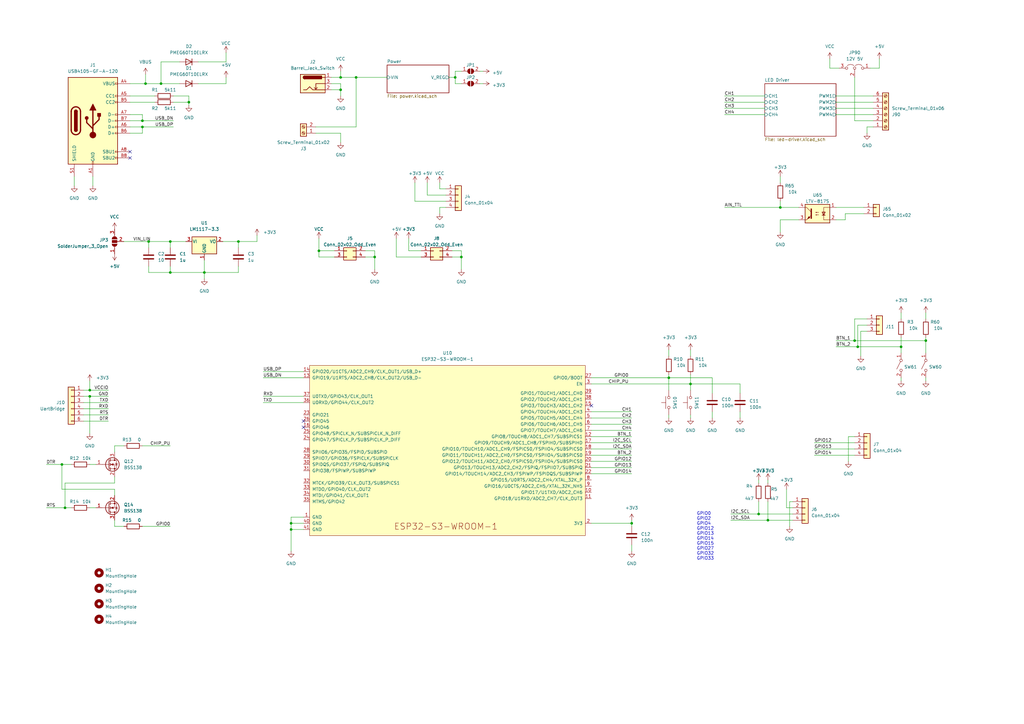
<source format=kicad_sch>
(kicad_sch (version 20230121) (generator eeschema)
  (paper "A3")
  (title_block (title "Starfish") (date "2023-01-30") (rev "A") (company "PaEber Electronics") (comment 1 "ESP based LED driver for ESPHome"))
  (junction (at 186.69 31.75))
  (junction (at 36.83 160.02))
  (junction (at 259.08 214.63))
  (junction (at 139.7 36.83))
  (junction (at 69.85 111.76))
  (junction (at 119.38 214.63))
  (junction (at 58.42 52.07))
  (junction (at 83.82 111.76))
  (junction (at 25.4 190.5))
  (junction (at 119.38 217.17))
  (junction (at 59.69 34.29))
  (junction (at 274.32 154.94))
  (junction (at 77.47 41.91))
  (junction (at 350.52 139.7))
  (junction (at 66.04 34.29))
  (junction (at 26.67 208.28))
  (junction (at 97.79 99.06))
  (junction (at 146.05 31.75))
  (junction (at 379.73 139.7))
  (junction (at 314.96 213.36))
  (junction (at 60.96 99.06))
  (junction (at 36.83 162.56))
  (junction (at 58.42 49.53))
  (junction (at 69.85 99.06))
  (junction (at 369.57 142.24))
  (junction (at 153.67 105.41))
  (junction (at 320.04 85.09))
  (junction (at 189.23 105.41))
  (junction (at 130.81 102.87))
  (junction (at 351.79 142.24))
  (junction (at 139.7 31.75))
  (junction (at 283.21 157.48))
  (junction (at 311.15 210.82))
  (no_connect (at 124.46 172.72))
  (no_connect (at 242.57 166.37))
  (no_connect (at 124.46 175.26))
  (no_connect (at 53.34 62.23))
  (no_connect (at 53.34 64.77))
  (wire (pts (xy 314.96 196.85) (xy 314.96 198.12)))
  (wire (pts (xy 350.52 130.81) (xy 350.52 139.7)))
  (wire (pts (xy 77.47 41.91) (xy 77.47 39.37)))
  (wire (pts (xy 119.38 212.09) (xy 119.38 214.63)))
  (wire (pts (xy 69.85 99.06) (xy 76.2 99.06)))
  (wire (pts (xy 25.4 190.5) (xy 29.21 190.5)))
  (wire (pts (xy 153.67 102.87) (xy 149.86 102.87)))
  (wire (pts (xy 342.9 44.45) (xy 358.14 44.45)))
  (wire (pts (xy 59.69 34.29) (xy 53.34 34.29)))
  (wire (pts (xy 130.81 102.87) (xy 130.81 105.41)))
  (wire (pts (xy 342.9 142.24) (xy 351.79 142.24)))
  (wire (pts (xy 146.05 52.07) (xy 146.05 31.75)))
  (wire (pts (xy 299.72 213.36) (xy 314.96 213.36)))
  (wire (pts (xy 180.34 85.09) (xy 182.88 85.09)))
  (wire (pts (xy 283.21 170.18) (xy 283.21 171.45)))
  (wire (pts (xy 242.57 189.23) (xy 259.08 189.23)))
  (wire (pts (xy 130.81 97.79) (xy 130.81 102.87)))
  (wire (pts (xy 342.9 46.99) (xy 358.14 46.99)))
  (wire (pts (xy 26.67 198.12) (xy 26.67 208.28)))
  (wire (pts (xy 44.45 162.56) (xy 36.83 162.56)))
  (wire (pts (xy 350.52 181.61) (xy 334.01 181.61)))
  (wire (pts (xy 19.05 190.5) (xy 25.4 190.5)))
  (wire (pts (xy 139.7 31.75) (xy 146.05 31.75)))
  (wire (pts (xy 38.1 72.39) (xy 38.1 76.2)))
  (wire (pts (xy 46.99 203.2) (xy 46.99 200.66)))
  (wire (pts (xy 124.46 212.09) (xy 119.38 212.09)))
  (wire (pts (xy 355.6 130.81) (xy 350.52 130.81)))
  (wire (pts (xy 342.9 139.7) (xy 350.52 139.7)))
  (wire (pts (xy 283.21 143.51) (xy 283.21 146.05)))
  (wire (pts (xy 50.8 99.06) (xy 60.96 99.06)))
  (wire (pts (xy 292.1 154.94) (xy 292.1 161.29)))
  (wire (pts (xy 66.04 34.29) (xy 73.66 34.29)))
  (wire (pts (xy 182.88 80.01) (xy 175.26 80.01)))
  (wire (pts (xy 313.69 41.91) (xy 297.18 41.91)))
  (wire (pts (xy 97.79 99.06) (xy 97.79 101.6)))
  (wire (pts (xy 347.98 179.07) (xy 347.98 189.23)))
  (wire (pts (xy 30.48 72.39) (xy 30.48 76.2)))
  (wire (pts (xy 320.04 90.17) (xy 320.04 95.25)))
  (wire (pts (xy 60.96 111.76) (xy 69.85 111.76)))
  (wire (pts (xy 50.8 215.9) (xy 46.99 215.9)))
  (wire (pts (xy 69.85 101.6) (xy 69.85 99.06)))
  (wire (pts (xy 44.45 160.02) (xy 36.83 160.02)))
  (wire (pts (xy 162.56 97.79) (xy 162.56 105.41)))
  (wire (pts (xy 124.46 152.4) (xy 107.95 152.4)))
  (wire (pts (xy 58.42 52.07) (xy 71.12 52.07)))
  (wire (pts (xy 320.04 85.09) (xy 320.04 82.55)))
  (wire (pts (xy 58.42 215.9) (xy 69.85 215.9)))
  (wire (pts (xy 44.45 165.1) (xy 34.29 165.1)))
  (wire (pts (xy 19.05 208.28) (xy 26.67 208.28)))
  (wire (pts (xy 124.46 217.17) (xy 119.38 217.17)))
  (wire (pts (xy 36.83 160.02) (xy 34.29 160.02)))
  (wire (pts (xy 107.95 165.1) (xy 124.46 165.1)))
  (wire (pts (xy 360.68 24.13) (xy 360.68 27.94)))
  (wire (pts (xy 344.17 27.94) (xy 340.36 27.94)))
  (wire (pts (xy 58.42 49.53) (xy 53.34 49.53)))
  (wire (pts (xy 292.1 168.91) (xy 292.1 171.45)))
  (wire (pts (xy 69.85 111.76) (xy 83.82 111.76)))
  (wire (pts (xy 153.67 110.49) (xy 153.67 105.41)))
  (wire (pts (xy 350.52 31.75) (xy 350.52 49.53)))
  (wire (pts (xy 323.85 215.9) (xy 323.85 205.74)))
  (wire (pts (xy 119.38 217.17) (xy 119.38 226.06)))
  (wire (pts (xy 353.06 135.89) (xy 355.6 135.89)))
  (wire (pts (xy 242.57 154.94) (xy 274.32 154.94)))
  (wire (pts (xy 303.53 168.91) (xy 303.53 171.45)))
  (wire (pts (xy 77.47 39.37) (xy 71.12 39.37)))
  (wire (pts (xy 170.18 74.93) (xy 170.18 82.55)))
  (wire (pts (xy 58.42 52.07) (xy 53.34 52.07)))
  (wire (pts (xy 327.66 90.17) (xy 320.04 90.17)))
  (wire (pts (xy 355.6 54.61) (xy 355.6 52.07)))
  (wire (pts (xy 46.99 182.88) (xy 46.99 185.42)))
  (wire (pts (xy 259.08 215.9) (xy 259.08 214.63)))
  (wire (pts (xy 129.54 52.07) (xy 146.05 52.07)))
  (wire (pts (xy 119.38 214.63) (xy 119.38 217.17)))
  (wire (pts (xy 53.34 46.99) (xy 58.42 46.99)))
  (wire (pts (xy 58.42 46.99) (xy 58.42 49.53)))
  (wire (pts (xy 356.87 27.94) (xy 360.68 27.94)))
  (wire (pts (xy 314.96 213.36) (xy 325.12 213.36)))
  (wire (pts (xy 167.64 102.87) (xy 167.64 97.79)))
  (wire (pts (xy 350.52 186.69) (xy 334.01 186.69)))
  (wire (pts (xy 311.15 210.82) (xy 299.72 210.82)))
  (wire (pts (xy 346.71 87.63) (xy 354.33 87.63)))
  (wire (pts (xy 44.45 172.72) (xy 34.29 172.72)))
  (wire (pts (xy 146.05 31.75) (xy 158.75 31.75)))
  (wire (pts (xy 379.73 154.94) (xy 379.73 156.21)))
  (wire (pts (xy 83.82 111.76) (xy 97.79 111.76)))
  (wire (pts (xy 323.85 205.74) (xy 325.12 205.74)))
  (wire (pts (xy 259.08 223.52) (xy 259.08 226.06)))
  (wire (pts (xy 242.57 214.63) (xy 259.08 214.63)))
  (wire (pts (xy 342.9 39.37) (xy 358.14 39.37)))
  (wire (pts (xy 36.83 162.56) (xy 36.83 177.8)))
  (wire (pts (xy 60.96 99.06) (xy 69.85 99.06)))
  (wire (pts (xy 170.18 82.55) (xy 182.88 82.55)))
  (wire (pts (xy 66.04 25.4) (xy 66.04 34.29)))
  (wire (pts (xy 180.34 74.93) (xy 180.34 77.47)))
  (wire (pts (xy 53.34 54.61) (xy 58.42 54.61)))
  (wire (pts (xy 297.18 85.09) (xy 320.04 85.09)))
  (wire (pts (xy 274.32 153.67) (xy 274.32 154.94)))
  (wire (pts (xy 346.71 90.17) (xy 346.71 87.63)))
  (wire (pts (xy 350.52 184.15) (xy 334.01 184.15)))
  (wire (pts (xy 347.98 179.07) (xy 350.52 179.07)))
  (wire (pts (xy 26.67 208.28) (xy 29.21 208.28)))
  (wire (pts (xy 369.57 154.94) (xy 369.57 156.21)))
  (wire (pts (xy 130.81 102.87) (xy 137.16 102.87)))
  (wire (pts (xy 44.45 167.64) (xy 34.29 167.64)))
  (wire (pts (xy 149.86 105.41) (xy 153.67 105.41)))
  (wire (pts (xy 185.42 105.41) (xy 189.23 105.41)))
  (wire (pts (xy 313.69 46.99) (xy 297.18 46.99)))
  (wire (pts (xy 242.57 194.31) (xy 259.08 194.31)))
  (wire (pts (xy 311.15 196.85) (xy 311.15 198.12)))
  (wire (pts (xy 189.23 110.49) (xy 189.23 105.41)))
  (wire (pts (xy 369.57 142.24) (xy 369.57 144.78)))
  (wire (pts (xy 242.57 157.48) (xy 283.21 157.48)))
  (wire (pts (xy 242.57 191.77) (xy 259.08 191.77)))
  (wire (pts (xy 139.7 36.83) (xy 139.7 34.29)))
  (wire (pts (xy 130.81 105.41) (xy 137.16 105.41)))
  (wire (pts (xy 162.56 105.41) (xy 172.72 105.41)))
  (wire (pts (xy 36.83 190.5) (xy 39.37 190.5)))
  (wire (pts (xy 153.67 105.41) (xy 153.67 102.87)))
  (wire (pts (xy 259.08 214.63) (xy 259.08 213.36)))
  (wire (pts (xy 81.28 34.29) (xy 92.71 34.29)))
  (wire (pts (xy 83.82 106.68) (xy 83.82 111.76)))
  (wire (pts (xy 242.57 171.45) (xy 259.08 171.45)))
  (wire (pts (xy 342.9 90.17) (xy 346.71 90.17)))
  (wire (pts (xy 180.34 87.63) (xy 180.34 85.09)))
  (wire (pts (xy 186.69 29.21) (xy 186.69 31.75)))
  (wire (pts (xy 50.8 182.88) (xy 46.99 182.88)))
  (wire (pts (xy 59.69 30.48) (xy 59.69 34.29)))
  (wire (pts (xy 92.71 31.75) (xy 92.71 34.29)))
  (wire (pts (xy 242.57 176.53) (xy 259.08 176.53)))
  (wire (pts (xy 189.23 105.41) (xy 189.23 102.87)))
  (wire (pts (xy 81.28 25.4) (xy 92.71 25.4)))
  (wire (pts (xy 186.69 34.29) (xy 186.69 31.75)))
  (wire (pts (xy 283.21 153.67) (xy 283.21 157.48)))
  (wire (pts (xy 124.46 214.63) (xy 119.38 214.63)))
  (wire (pts (xy 350.52 139.7) (xy 379.73 139.7)))
  (wire (pts (xy 313.69 39.37) (xy 297.18 39.37)))
  (wire (pts (xy 73.66 25.4) (xy 66.04 25.4)))
  (wire (pts (xy 139.7 54.61) (xy 139.7 58.42)))
  (wire (pts (xy 46.99 200.66) (xy 25.4 200.66)))
  (wire (pts (xy 186.69 31.75) (xy 184.15 31.75)))
  (wire (pts (xy 325.12 210.82) (xy 311.15 210.82)))
  (wire (pts (xy 91.44 99.06) (xy 97.79 99.06)))
  (wire (pts (xy 311.15 205.74) (xy 311.15 210.82)))
  (wire (pts (xy 355.6 52.07) (xy 358.14 52.07)))
  (wire (pts (xy 129.54 54.61) (xy 139.7 54.61)))
  (wire (pts (xy 283.21 160.02) (xy 283.21 157.48)))
  (wire (pts (xy 105.41 96.52) (xy 105.41 99.06)))
  (wire (pts (xy 107.95 162.56) (xy 124.46 162.56)))
  (wire (pts (xy 139.7 31.75) (xy 139.7 29.21)))
  (wire (pts (xy 92.71 25.4) (xy 92.71 21.59)))
  (wire (pts (xy 342.9 85.09) (xy 354.33 85.09)))
  (wire (pts (xy 53.34 39.37) (xy 63.5 39.37)))
  (wire (pts (xy 60.96 109.22) (xy 60.96 111.76)))
  (wire (pts (xy 46.99 215.9) (xy 46.99 213.36)))
  (wire (pts (xy 135.89 36.83) (xy 139.7 36.83)))
  (wire (pts (xy 44.45 170.18) (xy 34.29 170.18)))
  (wire (pts (xy 58.42 54.61) (xy 58.42 52.07)))
  (wire (pts (xy 25.4 200.66) (xy 25.4 190.5)))
  (wire (pts (xy 53.34 41.91) (xy 63.5 41.91)))
  (wire (pts (xy 325.12 208.28) (xy 322.58 208.28)))
  (wire (pts (xy 369.57 128.27) (xy 369.57 130.81)))
  (wire (pts (xy 189.23 102.87) (xy 185.42 102.87)))
  (wire (pts (xy 274.32 170.18) (xy 274.32 171.45)))
  (wire (pts (xy 46.99 195.58) (xy 46.99 198.12)))
  (wire (pts (xy 124.46 154.94) (xy 107.95 154.94)))
  (wire (pts (xy 77.47 43.18) (xy 77.47 41.91)))
  (wire (pts (xy 242.57 181.61) (xy 259.08 181.61)))
  (wire (pts (xy 303.53 157.48) (xy 303.53 161.29)))
  (wire (pts (xy 182.88 77.47) (xy 180.34 77.47)))
  (wire (pts (xy 97.79 109.22) (xy 97.79 111.76)))
  (wire (pts (xy 83.82 111.76) (xy 83.82 114.3)))
  (wire (pts (xy 139.7 39.37) (xy 139.7 36.83)))
  (wire (pts (xy 274.32 143.51) (xy 274.32 146.05)))
  (wire (pts (xy 353.06 146.05) (xy 353.06 135.89)))
  (wire (pts (xy 350.52 49.53) (xy 358.14 49.53)))
  (wire (pts (xy 242.57 179.07) (xy 259.08 179.07)))
  (wire (pts (xy 36.83 156.21) (xy 36.83 160.02)))
  (wire (pts (xy 36.83 162.56) (xy 34.29 162.56)))
  (wire (pts (xy 172.72 102.87) (xy 167.64 102.87)))
  (wire (pts (xy 322.58 208.28) (xy 322.58 200.66)))
  (wire (pts (xy 196.85 29.21) (xy 198.12 29.21)))
  (wire (pts (xy 292.1 154.94) (xy 274.32 154.94)))
  (wire (pts (xy 340.36 24.13) (xy 340.36 27.94)))
  (wire (pts (xy 327.66 85.09) (xy 320.04 85.09)))
  (wire (pts (xy 320.04 72.39) (xy 320.04 74.93)))
  (wire (pts (xy 58.42 182.88) (xy 69.85 182.88)))
  (wire (pts (xy 46.99 198.12) (xy 26.67 198.12)))
  (wire (pts (xy 242.57 168.91) (xy 259.08 168.91)))
  (wire (pts (xy 242.57 184.15) (xy 259.08 184.15)))
  (wire (pts (xy 379.73 138.43) (xy 379.73 139.7)))
  (wire (pts (xy 351.79 133.35) (xy 351.79 142.24)))
  (wire (pts (xy 351.79 142.24) (xy 369.57 142.24)))
  (wire (pts (xy 313.69 44.45) (xy 297.18 44.45)))
  (wire (pts (xy 342.9 41.91) (xy 358.14 41.91)))
  (wire (pts (xy 135.89 31.75) (xy 139.7 31.75)))
  (wire (pts (xy 175.26 80.01) (xy 175.26 74.93)))
  (wire (pts (xy 189.23 34.29) (xy 186.69 34.29)))
  (wire (pts (xy 274.32 154.94) (xy 274.32 160.02)))
  (wire (pts (xy 369.57 138.43) (xy 369.57 142.24)))
  (wire (pts (xy 60.96 99.06) (xy 60.96 101.6)))
  (wire (pts (xy 379.73 139.7) (xy 379.73 144.78)))
  (wire (pts (xy 196.85 34.29) (xy 198.12 34.29)))
  (wire (pts (xy 242.57 186.69) (xy 259.08 186.69)))
  (wire (pts (xy 189.23 29.21) (xy 186.69 29.21)))
  (wire (pts (xy 242.57 173.99) (xy 259.08 173.99)))
  (wire (pts (xy 314.96 205.74) (xy 314.96 213.36)))
  (wire (pts (xy 71.12 41.91) (xy 77.47 41.91)))
  (wire (pts (xy 355.6 133.35) (xy 351.79 133.35)))
  (wire (pts (xy 379.73 128.27) (xy 379.73 130.81)))
  (wire (pts (xy 97.79 99.06) (xy 105.41 99.06)))
  (wire (pts (xy 58.42 49.53) (xy 71.12 49.53)))
  (wire (pts (xy 69.85 109.22) (xy 69.85 111.76)))
  (wire (pts (xy 139.7 34.29) (xy 135.89 34.29)))
  (wire (pts (xy 283.21 157.48) (xy 303.53 157.48)))
  (wire (pts (xy 59.69 34.29) (xy 66.04 34.29)))
  (wire (pts (xy 36.83 208.28) (xy 39.37 208.28)))
  (text "GPIO0\nGPIO2\nGPIO4\nGPIO12\nGPIO13\nGPIO14\nGPIO15\nGPIO27\nGPIO32\nGPIO33" (at 285.75 229.87 0) (effects (font (size 1.27 1.27)) (justify left bottom)))
  (label "USB_DP" (at 71.12 52.07 180))
  (label "VCCIO" (at 44.45 160.02 180))
  (label "TXD" (at 107.95 165.1 0))
  (label "BTN_2" (at 259.08 186.69 180))
  (label "GPIO12" (at 334.01 181.61 0))
  (label "CH2" (at 259.08 171.45 180))
  (label "USB_DN" (at 71.12 49.53 180))
  (label "TXD" (at 44.45 165.1 180))
  (label "RTS" (at 44.45 170.18 180))
  (label "AIN_TTL" (at 297.18 85.09 0))
  (label "GPIO14" (at 259.08 194.31 180))
  (label "USB_DN" (at 107.95 154.94 0))
  (label "RTS" (at 19.05 208.28 0))
  (label "I2C_SDA" (at 259.08 184.15 180))
  (label "VIN_LIN" (at 54.61 99.06 0))
  (label "RXD" (at 44.45 167.64 180))
  (label "BTN_1" (at 342.9 139.7 0))
  (label "I2C_SCL" (at 299.72 210.82 0))
  (label "GPIO13" (at 259.08 191.77 180))
  (label "CH2" (at 297.18 41.91 0))
  (label "I2C_SDA" (at 299.72 213.36 0))
  (label "CH1" (at 297.18 39.37 0))
  (label "CHIP_PU" (at 69.85 182.88 180))
  (label "CH4" (at 297.18 46.99 0))
  (label "BTN_1" (at 259.08 179.07 180))
  (label "I2C_SCL" (at 259.08 181.61 180))
  (label "USB_DP" (at 107.95 152.4 0))
  (label "CHIP_PU" (at 257.81 157.48 180))
  (label "GPIO13" (at 334.01 184.15 0))
  (label "GPIO14" (at 334.01 186.69 0))
  (label "CH4" (at 259.08 176.53 180))
  (label "BTN_2" (at 342.9 142.24 0))
  (label "GND" (at 44.45 162.56 180))
  (label "DTR" (at 44.45 172.72 180))
  (label "DTR" (at 19.05 190.5 0))
  (label "RXD" (at 107.95 162.56 0))
  (label "CH3" (at 259.08 173.99 180))
  (label "CH1" (at 259.08 168.91 180))
  (label "GPIO0" (at 69.85 215.9 180))
  (label "CH3" (at 297.18 44.45 0))
  (label "GPIO0" (at 257.81 154.94 180))
  (label "GPIO12" (at 259.08 189.23 180))
  (symbol (lib_id "power:VCC") (at 340.36 24.13 0) (mirror y) (unit 1)
    (property "Reference" "#PWR0124" (effects hide))
    (property "Value" "VCC" (at 340.36 19.05 0))
  )
  (symbol (lib_id "power:VBUS") (at 59.69 30.48 0) (unit 1)
    (property "Reference" "#PWR0107" (effects hide))
    (property "Value" "VBUS" (at 59.69 25.4 0))
  )
  (symbol (lib_id "power:+3V3") (at 379.73 128.27 0) (unit 1)
    (property "Reference" "#PWR0137" (effects hide))
    (property "Value" "+3V3" (at 379.73 123.19 0))
  )
  (symbol (lib_id "power:+3V3") (at 369.57 128.27 0) (unit 1)
    (property "Reference" "#PWR011" (effects hide))
    (property "Value" "+3V3" (at 369.57 123.19 0))
  )
  (symbol (lib_id "Mechanical:MountingHole") (at 40.64 254 0) (unit 1)
    (property "Reference" "H4" (at 43.18 252.7299 0) (effects (justify left)))
    (property "Value" "MountingHole" (at 43.18 255.2699 0) (effects (justify left)))
    (property "Footprint" "MountingHole:MountingHole_3.2mm_M3_DIN965_Pad_TopBottom" (effects hide))
  )
  (symbol (lib_id "Connector_Generic:Conn_01x04") (at 355.6 181.61 0) (unit 1)
    (property "Reference" "J7" (at 358.14 182.245 0) (effects (justify left)))
    (property "Value" "Conn_01x04" (at 358.14 184.785 0) (effects (justify left)))
    (property "Footprint" "Connector_PinSocket_2.54mm:PinSocket_1x04_P2.54mm_Vertical" (effects hide))
  )
  (symbol (lib_id "Transistor_FET:BSS138") (at 44.45 190.5 0) (unit 1)
    (property "Reference" "Q12" (at 50.8 189.2299 0) (effects (justify left)))
    (property "Value" "BSS138" (at 50.8 191.7699 0) (effects (justify left)))
    (property "Footprint" "Package_TO_SOT_SMD:SOT-23" (effects hide))
    (property "Datasheet" "https://www.onsemi.com/pub/Collateral/BSS138-D.PDF" (effects hide))
  )
  (symbol (lib_id "Device:R") (at 33.02 190.5 270) (mirror x) (unit 1)
    (property "Reference" "R12" (at 30.48 187.96 90))
    (property "Value" "10k" (at 35.56 187.96 90))
    (property "Footprint" "Resistor_SMD:R_0603_1608Metric_Pad0.98x0.95mm_HandSolder" (effects hide))
  )
  (symbol (lib_name "+3V3_2") (lib_id "power:+3V3") (at 167.64 97.79 0) (unit 1)
    (property "Reference" "#PWR010" (effects hide))
    (property "Value" "+3V3" (at 167.64 93.98 0))
  )
  (symbol (lib_id "power:GND") (at 36.83 177.8 0) (mirror y) (unit 1)
    (property "Reference" "#PWR0135" (effects hide))
    (property "Value" "GND" (at 36.83 182.88 0))
  )
  (symbol (lib_name "VCC_1") (lib_id "power:VCC") (at 180.34 74.93 0) (unit 1)
    (property "Reference" "#PWR07" (effects hide))
    (property "Value" "VCC" (at 180.34 71.12 0))
  )
  (symbol (lib_id "Device:C") (at 259.08 219.71 0) (mirror y) (unit 1)
    (property "Reference" "C12" (at 262.89 219.075 0) (effects (justify right)))
    (property "Value" "100n" (at 262.89 221.615 0) (effects (justify right)))
    (property "Footprint" "Capacitor_SMD:C_0603_1608Metric_Pad1.08x0.95mm_HandSolder" (effects hide))
    (property "Mouser" "581-06035C104KAT2A" (effects hide))
  )
  (symbol (lib_name "GND_3") (lib_id "power:GND") (at 323.85 215.9 0) (unit 1)
    (property "Reference" "#PWR013" (effects hide))
    (property "Value" "GND" (at 323.85 220.98 0))
  )
  (symbol (lib_id "power:GND") (at 292.1 171.45 0) (unit 1)
    (property "Reference" "#PWR0130" (effects hide))
    (property "Value" "GND" (at 292.1 176.53 0))
  )
  (symbol (lib_id "paeber:USB4105-GF-A-120") (at 38.1 49.53 0) (unit 1)
    (property "Reference" "J1" (at 38.1 26.67 0))
    (property "Value" "USB4105-GF-A-120" (at 38.1 29.21 0))
    (property "Footprint" "Connector_USB:USB_C_Receptacle_HRO_TYPE-C-31-M-12" (effects hide))
    (property "Datasheet" "https://www.usb.org/sites/default/files/documents/usb_type-c.zip" (effects hide))
    (property "Mouser" "640-USB4105-GF-A-120" (effects hide))
  )
  (symbol (lib_id "Jumper:Jumper_3_Open") (at 350.52 27.94 0) (mirror y) (unit 1)
    (property "Reference" "JP90" (at 350.52 21.59 0))
    (property "Value" "12V 5V" (at 350.52 24.13 0))
    (property "Footprint" "Jumper:SolderJumper-3_P1.3mm_Open_RoundedPad1.0x1.5mm_NumberLabels" (effects hide))
  )
  (symbol (lib_id "Device:R") (at 274.32 149.86 0) (mirror x) (unit 1)
    (property "Reference" "R10" (at 278.13 147.32 0))
    (property "Value" "10k" (at 279.4 149.86 0))
    (property "Footprint" "Resistor_SMD:R_0603_1608Metric_Pad0.98x0.95mm_HandSolder" (effects hide))
  )
  (symbol (lib_id "power:+3V3") (at 274.32 143.51 0) (unit 1)
    (property "Reference" "#PWR0127" (effects hide))
    (property "Value" "+3V3" (at 274.32 138.43 0))
  )
  (symbol (lib_id "power:GND") (at 369.57 156.21 0) (unit 1)
    (property "Reference" "#PWR012" (effects hide))
    (property "Value" "GND" (at 369.57 161.29 0))
  )
  (symbol (lib_id "Connector_Generic:Conn_01x02") (at 359.41 85.09 0) (unit 1)
    (property "Reference" "J65" (at 361.95 85.725 0) (effects (justify left)))
    (property "Value" "Conn_01x02" (at 361.95 88.265 0) (effects (justify left)))
    (property "Footprint" "Connector_PinHeader_2.54mm:PinHeader_1x02_P2.54mm_Vertical" (effects hide))
  )
  (symbol (lib_id "power:+5V") (at 92.71 31.75 0) (unit 1)
    (property "Reference" "#PWR0108" (effects hide))
    (property "Value" "+5V" (at 92.71 26.67 0))
  )
  (symbol (lib_id "Connector_Generic:Conn_02x02_Odd_Even") (at 142.24 102.87 0) (unit 1)
    (property "Reference" "J5" (at 143.51 97.79 0))
    (property "Value" "Conn_02x02_Odd_Even" (at 143.51 100.33 0))
    (property "Footprint" "Connector_PinHeader_2.54mm:PinHeader_2x02_P2.54mm_Vertical" (effects hide))
  )
  (symbol (lib_id "power:VCC") (at 92.71 21.59 0) (unit 1)
    (property "Reference" "#PWR021" (effects hide))
    (property "Value" "VCC" (at 92.71 17.78 0))
  )
  (symbol (lib_id "Connector_Generic:Conn_01x04") (at 187.96 80.01 0) (unit 1)
    (property "Reference" "J4" (at 190.5 80.645 0) (effects (justify left)))
    (property "Value" "Conn_01x04" (at 190.5 83.185 0) (effects (justify left)))
    (property "Footprint" "Connector_PinSocket_2.54mm:PinSocket_1x04_P2.54mm_Vertical" (effects hide))
  )
  (symbol (lib_id "power:+3V3") (at 283.21 143.51 0) (unit 1)
    (property "Reference" "#PWR0128" (effects hide))
    (property "Value" "+3V3" (at 283.21 138.43 0))
  )
  (symbol (lib_id "power:+3V3") (at 259.08 213.36 0) (mirror y) (unit 1)
    (property "Reference" "#PWR0133" (effects hide))
    (property "Value" "+3V3" (at 259.08 208.28 0))
  )
  (symbol (lib_id "Regulator_Linear:LM1117-3.3") (at 83.82 99.06 0) (unit 1)
    (property "Reference" "U1" (at 83.82 91.44 0))
    (property "Value" "LM1117-3.3" (at 83.82 93.98 0))
    (property "Footprint" "Package_TO_SOT_SMD:SOT-223-3_TabPin2" (effects hide))
    (property "Datasheet" "http://www.ti.com/lit/ds/symlink/lm1117.pdf" (effects hide))
  )
  (symbol (lib_id "Device:R") (at 33.02 208.28 270) (mirror x) (unit 1)
    (property "Reference" "R14" (at 30.48 205.74 90))
    (property "Value" "10k" (at 35.56 205.74 90))
    (property "Footprint" "Resistor_SMD:R_0603_1608Metric_Pad0.98x0.95mm_HandSolder" (effects hide))
  )
  (symbol (lib_id "Mechanical:MountingHole") (at 40.64 247.65 0) (unit 1)
    (property "Reference" "H3" (at 43.18 246.3799 0) (effects (justify left)))
    (property "Value" "MountingHole" (at 43.18 248.9199 0) (effects (justify left)))
    (property "Footprint" "MountingHole:MountingHole_3.2mm_M3_DIN965_Pad_TopBottom" (effects hide))
  )
  (symbol (lib_name "+5V_1") (lib_id "power:+5V") (at 175.26 74.93 0) (unit 1)
    (property "Reference" "#PWR04" (effects hide))
    (property "Value" "+5V" (at 175.26 71.12 0))
  )
  (symbol (lib_name "GND_4") (lib_id "power:GND") (at 320.04 95.25 0) (unit 1)
    (property "Reference" "#PWR023" (effects hide))
    (property "Value" "GND" (at 320.04 100.33 0))
  )
  (symbol (lib_id "paeber:1301.9315") (at 379.73 149.86 90) (mirror x) (unit 1)
    (property "Reference" "SW60" (at 381 150.495 90) (effects (justify right)))
    (property "Value" "1301.9315" (effects hide))
    (property "Footprint" "paeber:13019319" (effects hide))
    (property "Datasheet" "https://www.mouser.ch/datasheet/2/358/typ_6x6_mm_tact_switches-1275689.pdf" (effects hide))
    (property "Mouser" "693-1301.9315" (effects hide))
  )
  (symbol (lib_name "GND_2") (lib_id "power:GND") (at 153.67 110.49 0) (mirror y) (unit 1)
    (property "Reference" "#PWR09" (effects hide))
    (property "Value" "GND" (at 153.67 115.57 0))
  )
  (symbol (lib_id "Switch:SW_Push") (at 274.32 165.1 90) (unit 1)
    (property "Reference" "SW10" (at 276.86 162.56 0) (effects (justify right)))
    (property "Value" "PTS636SK25" (effects hide))
    (property "Footprint" "Button_Switch_SMD:SW_Tactile_SPST_NO_Straight_CK_PTS636Sx25SMTRLFS" (effects hide))
    (property "Datasheet" "https://www.mouser.ch/datasheet/2/240/pts636-3051079.pdf" (effects hide))
    (property "Mouser" "611-PTS636SK25SMTRLF" (effects hide))
  )
  (symbol (lib_name "GND_2") (lib_id "power:GND") (at 189.23 110.49 0) (mirror y) (unit 1)
    (property "Reference" "#PWR017" (effects hide))
    (property "Value" "GND" (at 189.23 115.57 0))
  )
  (symbol (lib_id "power:+5V") (at 198.12 29.21 270) (unit 1)
    (property "Reference" "#PWR0118" (effects hide))
    (property "Value" "+5V" (at 201.93 29.845 90) (effects (justify left)))
  )
  (symbol (lib_name "GND_1") (lib_id "power:GND") (at 355.6 54.61 0) (unit 1)
    (property "Reference" "#PWR02" (effects hide))
    (property "Value" "GND" (at 355.6 59.69 0))
  )
  (symbol (lib_name "+3V3_2") (lib_id "power:+3V3") (at 311.15 196.85 0) (unit 1)
    (property "Reference" "#PWR026" (effects hide))
    (property "Value" "+3V3" (at 311.15 193.04 0))
  )
  (symbol (lib_id "Device:C") (at 97.79 105.41 0) (unit 1)
    (property "Reference" "C3" (at 101.6 104.1399 0) (effects (justify left)))
    (property "Value" "1u" (at 101.6 106.6799 0) (effects (justify left)))
    (property "Footprint" "Capacitor_SMD:C_0805_2012Metric_Pad1.18x1.45mm_HandSolder" (effects hide))
  )
  (symbol (lib_id "Connector_Generic:Conn_01x04") (at 330.2 208.28 0) (unit 1)
    (property "Reference" "J6" (at 332.74 208.915 0) (effects (justify left)))
    (property "Value" "Conn_01x04" (at 332.74 211.455 0) (effects (justify left)))
    (property "Footprint" "Connector_PinSocket_2.54mm:PinSocket_1x04_P2.54mm_Vertical" (effects hide))
  )
  (symbol (lib_id "Connector_Generic:Conn_01x06") (at 29.21 165.1 0) (mirror y) (unit 1)
    (property "Reference" "J10" (at 26.67 165.0999 0) (effects (justify left)))
    (property "Value" "UartBridge" (at 26.67 167.6399 0) (effects (justify left)))
    (property "Footprint" "Connector_PinSocket_2.54mm:PinSocket_1x06_P2.54mm_Vertical" (effects hide))
  )
  (symbol (lib_id "power:GND") (at 77.47 43.18 0) (unit 1)
    (property "Reference" "#PWR0106" (effects hide))
    (property "Value" "GND" (at 77.47 48.26 0))
  )
  (symbol (lib_id "Device:D") (at 77.47 25.4 180) (unit 1)
    (property "Reference" "D2" (at 77.47 19.05 0))
    (property "Value" "PMEG60T10ELRX" (at 77.47 21.59 0))
    (property "Footprint" "Diode_SMD:D_SOD-123" (effects hide))
    (property "Datasheet" "https://www.mouser.ch/datasheet/2/916/PMEG60T10ELR-1370634.pdf" (effects hide))
    (property "Mouser" "771-PMEG60T10ELRX" (effects hide))
  )
  (symbol (lib_id "Device:R") (at 369.57 134.62 0) (mirror x) (unit 1)
    (property "Reference" "R3" (at 373.38 132.08 0))
    (property "Value" "10k" (at 374.65 134.62 0))
    (property "Footprint" "Resistor_SMD:R_0603_1608Metric_Pad0.98x0.95mm_HandSolder" (effects hide))
  )
  (symbol (lib_id "power:GND") (at 379.73 156.21 0) (unit 1)
    (property "Reference" "#PWR0134" (effects hide))
    (property "Value" "GND" (at 379.73 161.29 0))
  )
  (symbol (lib_id "Transistor_FET:BSS138") (at 44.45 208.28 0) (mirror x) (unit 1)
    (property "Reference" "Q14" (at 50.8 207.0099 0) (effects (justify left)))
    (property "Value" "BSS138" (at 50.8 209.5499 0) (effects (justify left)))
    (property "Footprint" "Package_TO_SOT_SMD:SOT-23" (effects hide))
    (property "Datasheet" "https://www.onsemi.com/pub/Collateral/BSS138-D.PDF" (effects hide))
  )
  (symbol (lib_id "Device:R") (at 54.61 215.9 270) (mirror x) (unit 1)
    (property "Reference" "R15" (at 52.07 213.36 90))
    (property "Value" "0" (at 57.15 213.36 90))
    (property "Footprint" "Resistor_SMD:R_0603_1608Metric_Pad0.98x0.95mm_HandSolder" (effects hide))
  )
  (symbol (lib_id "power:GND") (at 139.7 39.37 0) (unit 1)
    (property "Reference" "#PWR0117" (effects hide))
    (property "Value" "GND" (at 139.7 44.45 0))
  )
  (symbol (lib_name "GND_3") (lib_id "power:GND") (at 347.98 189.23 0) (unit 1)
    (property "Reference" "#PWR015" (effects hide))
    (property "Value" "GND" (at 347.98 194.31 0))
  )
  (symbol (lib_id "Jumper:SolderJumper_2_Open") (at 193.04 29.21 0) (unit 1)
    (property "Reference" "JP1" (at 193.04 26.67 0))
    (property "Value" "SolderJumper_2_Open" (effects hide))
    (property "Footprint" "Jumper:SolderJumper-2_P1.3mm_Open_RoundedPad1.0x1.5mm" (effects hide))
  )
  (symbol (lib_id "Connector_Generic:Conn_02x02_Odd_Even") (at 177.8 102.87 0) (unit 1)
    (property "Reference" "J8" (at 179.07 97.79 0))
    (property "Value" "Conn_02x02_Odd_Even" (at 179.07 100.33 0))
    (property "Footprint" "Connector_PinHeader_2.54mm:PinHeader_2x02_P2.54mm_Vertical" (effects hide))
  )
  (symbol (lib_name "+3V3_1") (lib_id "power:+3V3") (at 198.12 34.29 270) (unit 1)
    (property "Reference" "#PWR01" (effects hide))
    (property "Value" "+3V3" (at 201.93 34.925 90) (effects (justify left)))
  )
  (symbol (lib_id "power:GND") (at 139.7 58.42 0) (unit 1)
    (property "Reference" "#PWR0126" (effects hide))
    (property "Value" "GND" (at 139.7 63.5 0))
  )
  (symbol (lib_id "Device:R") (at 314.96 201.93 0) (mirror x) (unit 1)
    (property "Reference" "R5" (at 317.5 200.66 0))
    (property "Value" "4k7" (at 317.5 204.47 0))
    (property "Footprint" "Resistor_SMD:R_0603_1608Metric_Pad0.98x0.95mm_HandSolder" (effects hide))
  )
  (symbol (lib_id "power:+3V3") (at 36.83 156.21 0) (unit 1)
    (property "Reference" "#PWR0136" (effects hide))
    (property "Value" "+3V3" (at 39.37 154.9399 0) (effects (justify left)))
  )
  (symbol (lib_id "Connector:Screw_Terminal_01x02") (at 124.46 54.61 180) (unit 1)
    (property "Reference" "J3" (at 124.46 60.96 0))
    (property "Value" "Screw_Terminal_01x02" (at 124.46 58.42 0))
    (property "Footprint" "paeber:CUI_TBP01R1-508-02BE" (effects hide))
    (property "Mouser" "490-TBP01R1-508-02BE" (effects hide))
  )
  (symbol (lib_id "power:GND") (at 283.21 171.45 0) (unit 1)
    (property "Reference" "#PWR0103" (effects hide))
    (property "Value" "GND" (at 283.21 176.53 0))
  )
  (symbol (lib_id "Jumper:SolderJumper_2_Open") (at 193.04 34.29 0) (unit 1)
    (property "Reference" "JP2" (at 193.04 31.75 0))
    (property "Value" "SolderJumper_2_Open" (effects hide))
    (property "Footprint" "Jumper:SolderJumper-2_P1.3mm_Open_RoundedPad1.0x1.5mm" (effects hide))
  )
  (symbol (lib_id "power:VCC") (at 46.99 93.98 0) (unit 1)
    (property "Reference" "#PWR020" (effects hide))
    (property "Value" "VCC" (at 46.99 88.9 0))
  )
  (symbol (lib_name "VCC_1") (lib_id "power:VCC") (at 130.81 97.79 0) (unit 1)
    (property "Reference" "#PWR08" (effects hide))
    (property "Value" "VCC" (at 130.81 93.98 0))
  )
  (symbol (lib_id "power:GND") (at 259.08 226.06 0) (mirror y) (unit 1)
    (property "Reference" "#PWR0131" (effects hide))
    (property "Value" "GND" (at 259.08 231.14 0))
  )
  (symbol (lib_name "GND_2") (lib_id "power:GND") (at 180.34 87.63 0) (mirror y) (unit 1)
    (property "Reference" "#PWR06" (effects hide))
    (property "Value" "GND" (at 180.34 92.71 0))
  )
  (symbol (lib_id "Mechanical:MountingHole") (at 40.64 234.95 0) (unit 1)
    (property "Reference" "H1" (at 43.18 233.6799 0) (effects (justify left)))
    (property "Value" "MountingHole" (at 43.18 236.2199 0) (effects (justify left)))
    (property "Footprint" "MountingHole:MountingHole_3.2mm_M3_DIN965_Pad_TopBottom" (effects hide))
  )
  (symbol (lib_name "+3V3_2") (lib_id "power:+3V3") (at 322.58 200.66 0) (unit 1)
    (property "Reference" "#PWR014" (effects hide))
    (property "Value" "+3V3" (at 322.58 196.85 0))
  )
  (symbol (lib_id "Device:C") (at 292.1 165.1 0) (mirror y) (unit 1)
    (property "Reference" "C10" (at 295.91 163.8299 0) (effects (justify right)))
    (property "Value" "100n" (at 295.91 166.3699 0) (effects (justify right)))
    (property "Footprint" "Capacitor_SMD:C_0603_1608Metric_Pad1.08x0.95mm_HandSolder" (effects hide))
    (property "Mouser" "581-06035C104KAT2A" (effects hide))
  )
  (symbol (lib_id "Device:R") (at 320.04 78.74 0) (mirror x) (unit 1)
    (property "Reference" "R65" (at 323.85 76.2 0))
    (property "Value" "10k" (at 325.12 78.74 0))
    (property "Footprint" "Resistor_SMD:R_0603_1608Metric_Pad0.98x0.95mm_HandSolder" (effects hide))
  )
  (symbol (lib_id "power:+5V") (at 46.99 104.14 180) (unit 1)
    (property "Reference" "#PWR0110" (effects hide))
    (property "Value" "+5V" (at 46.99 109.22 0))
  )
  (symbol (lib_id "Espressif:ESP32-S3-WROOM-1") (at 182.88 184.15 0) (mirror y) (unit 1)
    (property "Reference" "U10" (at 183.515 144.78 0))
    (property "Value" "ESP32-S3-WROOM-1" (at 183.515 147.32 0))
    (property "Footprint" "Espressif:ESP32-S3-WROOM-1" (effects hide))
  )
  (symbol (lib_id "power:+5V") (at 360.68 24.13 0) (mirror y) (unit 1)
    (property "Reference" "#PWR0125" (effects hide))
    (property "Value" "+5V" (at 360.68 19.05 0))
  )
  (symbol (lib_id "Switch:SW_Push") (at 283.21 165.1 90) (unit 1)
    (property "Reference" "SW11" (at 285.75 162.56 0) (effects (justify right)))
    (property "Value" "PTS636SK25" (effects hide))
    (property "Footprint" "Button_Switch_SMD:SW_Tactile_SPST_NO_Straight_CK_PTS636Sx25SMTRLFS" (effects hide))
    (property "Datasheet" "https://www.mouser.ch/datasheet/2/240/pts636-3051079.pdf" (effects hide))
    (property "Mouser" "611-PTS636SK25SMTRLF" (effects hide))
  )
  (symbol (lib_id "Isolator:LTV-817S") (at 335.28 87.63 0) (mirror y) (unit 1)
    (property "Reference" "U65" (at 335.28 80.01 0))
    (property "Value" "LTV-817S" (at 335.28 82.55 0))
    (property "Footprint" "Package_DIP:SMDIP-4_W9.53mm" (effects hide))
    (property "Datasheet" "http://www.us.liteon.com/downloads/LTV-817-827-847.PDF" (effects hide))
  )
  (symbol (lib_id "power:GND") (at 83.82 114.3 0) (unit 1)
    (property "Reference" "#PWR0109" (effects hide))
    (property "Value" "GND" (at 83.82 119.38 0))
  )
  (symbol (lib_id "Connector_Generic:Conn_01x03") (at 360.68 133.35 0) (unit 1)
    (property "Reference" "J11" (at 363.22 133.985 0) (effects (justify left)))
    (property "Value" "Conn_01x03" (effects hide))
    (property "Footprint" "Connector_PinSocket_2.54mm:PinSocket_1x03_P2.54mm_Vertical" (effects hide))
  )
  (symbol (lib_id "power:+3V3") (at 105.41 96.52 0) (unit 1)
    (property "Reference" "#PWR0111" (effects hide))
    (property "Value" "+3V3" (at 107.95 95.2499 0) (effects (justify left)))
  )
  (symbol (lib_id "Device:C") (at 60.96 105.41 0) (unit 1)
    (property "Reference" "C2" (at 64.77 104.1399 0) (effects (justify left)))
    (property "Value" "10" (at 64.77 106.6799 0) (effects (justify left)))
    (property "Footprint" "Capacitor_SMD:C_0805_2012Metric_Pad1.18x1.45mm_HandSolder" (effects hide))
  )
  (symbol (lib_id "power:GND") (at 38.1 76.2 0) (unit 1)
    (property "Reference" "#PWR0101" (effects hide))
    (property "Value" "GND" (at 38.1 81.28 0))
  )
  (symbol (lib_id "Device:R") (at 54.61 182.88 270) (mirror x) (unit 1)
    (property "Reference" "R13" (at 52.07 180.34 90))
    (property "Value" "0" (at 57.15 180.34 90))
    (property "Footprint" "Resistor_SMD:R_0603_1608Metric_Pad0.98x0.95mm_HandSolder" (effects hide))
  )
  (symbol (lib_id "power:GND") (at 119.38 226.06 0) (mirror y) (unit 1)
    (property "Reference" "#PWR0129" (effects hide))
    (property "Value" "GND" (at 119.38 231.14 0))
  )
  (symbol (lib_name "+3V3_2") (lib_id "power:+3V3") (at 170.18 74.93 0) (unit 1)
    (property "Reference" "#PWR05" (effects hide))
    (property "Value" "+3V3" (at 170.18 71.12 0))
  )
  (symbol (lib_id "Device:R") (at 379.73 134.62 0) (mirror x) (unit 1)
    (property "Reference" "R60" (at 383.54 132.08 0))
    (property "Value" "10k" (at 384.81 134.62 0))
    (property "Footprint" "Resistor_SMD:R_0603_1608Metric_Pad0.98x0.95mm_HandSolder" (effects hide))
  )
  (symbol (lib_id "Device:C") (at 303.53 165.1 0) (mirror y) (unit 1)
    (property "Reference" "C11" (at 307.34 164.465 0) (effects (justify right)))
    (property "Value" "100n" (at 307.34 167.005 0) (effects (justify right)))
    (property "Footprint" "Capacitor_SMD:C_0603_1608Metric_Pad1.08x0.95mm_HandSolder" (effects hide))
    (property "Mouser" "581-06035C104KAT2A" (effects hide))
  )
  (symbol (lib_id "power:GND") (at 30.48 76.2 0) (unit 1)
    (property "Reference" "#PWR0102" (effects hide))
    (property "Value" "GND" (at 30.48 81.28 0))
  )
  (symbol (lib_id "Device:R") (at 311.15 201.93 0) (mirror x) (unit 1)
    (property "Reference" "R4" (at 307.34 199.39 0))
    (property "Value" "4k7" (at 307.34 204.47 0))
    (property "Footprint" "Resistor_SMD:R_0603_1608Metric_Pad0.98x0.95mm_HandSolder" (effects hide))
  )
  (symbol (lib_id "power:GND") (at 303.53 171.45 0) (unit 1)
    (property "Reference" "#PWR0132" (effects hide))
    (property "Value" "GND" (at 303.53 176.53 0))
  )
  (symbol (lib_id "Device:R") (at 67.31 41.91 90) (unit 1)
    (property "Reference" "R2" (at 63.5 44.45 90))
    (property "Value" "5k11" (at 69.85 44.45 90))
    (property "Footprint" "Resistor_SMD:R_0603_1608Metric_Pad0.98x0.95mm_HandSolder" (effects hide))
  )
  (symbol (lib_id "power:GND") (at 274.32 171.45 0) (unit 1)
    (property "Reference" "#PWR0104" (effects hide))
    (property "Value" "GND" (at 274.32 176.53 0))
  )
  (symbol (lib_id "power:GND") (at 353.06 146.05 0) (unit 1)
    (property "Reference" "#PWR024" (effects hide))
    (property "Value" "GND" (at 353.06 151.13 0))
  )
  (symbol (lib_id "Connector:Screw_Terminal_01x06") (at 363.22 46.99 0) (mirror x) (unit 1)
    (property "Reference" "J90" (at 365.76 46.9901 0) (effects (justify left)))
    (property "Value" "Screw_Terminal_01x06" (at 365.76 44.4501 0) (effects (justify left)))
    (property "Footprint" "paeber:CUI_TBP01R1-508-06BE" (effects hide))
    (property "Mouser" "490-TBP01R1-508-06BE" (effects hide))
  )
  (symbol (lib_id "Mechanical:MountingHole") (at 40.64 241.3 0) (unit 1)
    (property "Reference" "H2" (at 43.18 240.0299 0) (effects (justify left)))
    (property "Value" "MountingHole" (at 43.18 242.5699 0) (effects (justify left)))
    (property "Footprint" "MountingHole:MountingHole_3.2mm_M3_DIN965_Pad_TopBottom" (effects hide))
  )
  (symbol (lib_name "+5V_1") (lib_id "power:+5V") (at 162.56 97.79 0) (unit 1)
    (property "Reference" "#PWR018" (effects hide))
    (property "Value" "+5V" (at 162.56 93.98 0))
  )
  (symbol (lib_id "paeber:1301.9315") (at 369.57 149.86 90) (mirror x) (unit 1)
    (property "Reference" "SW61" (at 370.84 150.495 90) (effects (justify right)))
    (property "Value" "1301.9315" (effects hide))
    (property "Footprint" "paeber:13019319" (effects hide))
    (property "Datasheet" "https://www.mouser.ch/datasheet/2/358/typ_6x6_mm_tact_switches-1275689.pdf" (effects hide))
    (property "Mouser" "693-1301.9315" (effects hide))
  )
  (symbol (lib_id "Device:R") (at 67.31 39.37 90) (mirror x) (unit 1)
    (property "Reference" "R1" (at 63.5 36.83 90))
    (property "Value" "5k11" (at 69.85 36.83 90))
    (property "Footprint" "Resistor_SMD:R_0603_1608Metric_Pad0.98x0.95mm_HandSolder" (effects hide))
  )
  (symbol (lib_id "Device:R") (at 283.21 149.86 0) (mirror x) (unit 1)
    (property "Reference" "R11" (at 287.02 147.32 0))
    (property "Value" "10k" (at 288.29 149.86 0))
    (property "Footprint" "Resistor_SMD:R_0603_1608Metric_Pad0.98x0.95mm_HandSolder" (effects hide))
  )
  (symbol (lib_id "Device:C") (at 69.85 105.41 0) (unit 1)
    (property "Reference" "C1" (at 73.66 104.1399 0) (effects (justify left)))
    (property "Value" "1u" (at 73.66 106.6799 0) (effects (justify left)))
    (property "Footprint" "Capacitor_SMD:C_0805_2012Metric_Pad1.18x1.45mm_HandSolder" (effects hide))
  )
  (symbol (lib_id "Jumper:SolderJumper_3_Open") (at 46.99 99.06 90) (unit 1)
    (property "Reference" "JP3" (at 44.45 98.425 90) (effects (justify left)))
    (property "Value" "SolderJumper_3_Open" (at 44.45 100.965 90) (effects (justify left)))
    (property "Footprint" "Jumper:SolderJumper-3_P1.3mm_Open_RoundedPad1.0x1.5mm" (effects hide))
  )
  (symbol (lib_name "+3V3_2") (lib_id "power:+3V3") (at 314.96 196.85 0) (unit 1)
    (property "Reference" "#PWR025" (effects hide))
    (property "Value" "+3V3" (at 314.96 193.04 0))
  )
  (symbol (lib_id "Connector:Barrel_Jack_Switch") (at 128.27 34.29 0) (unit 1)
    (property "Reference" "J2" (at 128.27 25.4 0))
    (property "Value" "Barrel_Jack_Switch" (at 128.27 27.94 0))
    (property "Footprint" "Connector_BarrelJack:BarrelJack_Wuerth_6941xx301002" (effects hide))
    (property "Mouser" "992-CON-SOCJ-2155" (effects hide))
  )
  (symbol (lib_id "Device:D") (at 77.47 34.29 180) (unit 1)
    (property "Reference" "D1" (at 77.47 27.94 0))
    (property "Value" "PMEG60T10ELRX" (at 77.47 30.48 0))
    (property "Footprint" "Diode_SMD:D_SOD-123" (effects hide))
    (property "Datasheet" "https://www.mouser.ch/datasheet/2/916/PMEG60T10ELR-1370634.pdf" (effects hide))
    (property "Mouser" "771-PMEG60T10ELRX" (effects hide))
  )
  (symbol (lib_name "+3V3_3") (lib_id "power:+3V3") (at 320.04 72.39 0) (unit 1)
    (property "Reference" "#PWR022" (effects hide))
    (property "Value" "+3V3" (at 320.04 68.58 0))
  )
  (symbol (lib_id "power:VCC") (at 139.7 29.21 0) (unit 1)
    (property "Reference" "#PWR0116" (effects hide))
    (property "Value" "VCC" (at 139.7 24.13 0))
  )
  (sheet (at 313.69 34.29) (size 29.21 21.59) (stroke (width 0.1524))
    (property "Sheetname" "LED Driver" (at 313.69 33.5784 0) (effects (justify left bottom)))
    (property "Sheetfile" "led-driver.kicad_sch" (at 313.69 56.4646 0) (effects (justify left top)))
    (pin "PWM4" output (at 342.9 46.99 0))
    (pin "CH1" input (at 313.69 39.37 180))
    (pin "PWM2" output (at 342.9 41.91 0))
    (pin "PWM1" output (at 342.9 39.37 0))
    (pin "CH4" input (at 313.69 46.99 180))
    (pin "CH2" input (at 313.69 41.91 180))
    (pin "PWM3" output (at 342.9 44.45 0))
    (pin "CH3" input (at 313.69 44.45 180))
  )
  (sheet (at 158.75 26.67) (size 25.4 11.43) (stroke (width 0.1524))
    (property "Sheetname" "Power" (at 158.75 25.9584 0) (effects (justify left bottom)))
    (property "Sheetfile" "power.kicad_sch" (at 158.75 38.6846 0) (effects (justify left top)))
    (pin "V_REG" output (at 184.15 31.75 0))
    (pin "VIN" input (at 158.75 31.75 180))
  )
)
</source>
